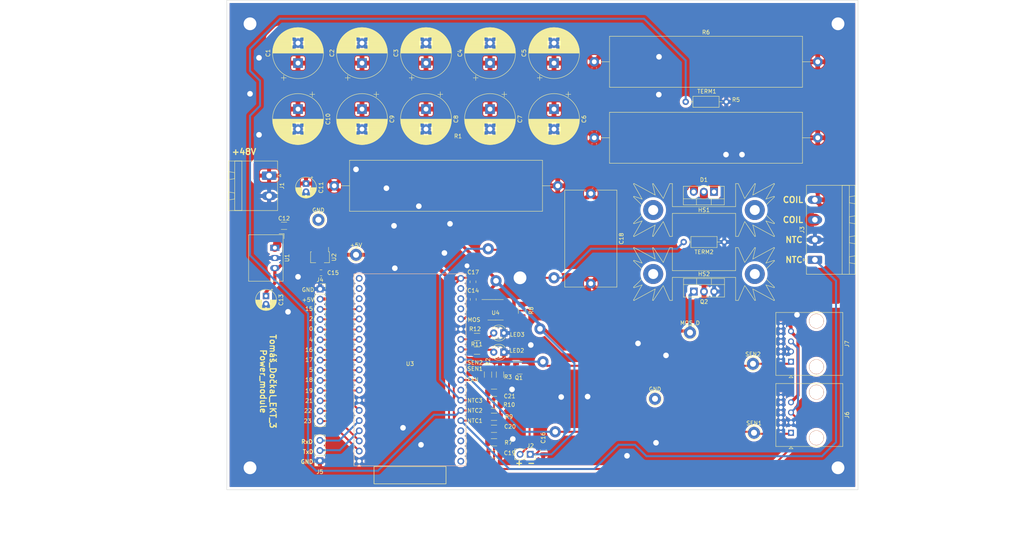
<source format=kicad_pcb>
(kicad_pcb (version 20211014) (generator pcbnew)
  (layers (0 "F.Cu" signal) (31 "B.Cu" signal) (34 "B.Paste" user) (35 "F.Paste" user) (36 "B.SilkS" user "B.Silkscreen") (37 "F.SilkS" user "F.Silkscreen") (38 "B.Mask" user) (39 "F.Mask" user) (44 "Edge.Cuts" user))
  (net 0 "")
  (net 1 "+15V")
  (net 2 "+5V")
  (net 3 "Net-(Q1-Pad1)")
  (net 4 "+48V")
  (net 5 "NTC1_2")
  (net 6 "COIL1")
  (net 7 "COIL2")
  (net 8 "NTC2")
  (net 9 "Net-(Q2-Pad1)")
  (net 10 "NTC3")
  (net 11 "NTC1")
  (net 14 "MOS")
  (net 15 "FAN-")
  (net 16 "FAN_PWM")
  (net 27 "Net-(J5-Pad3)")
  (net 28 "Net-(J5-Pad2)")
  (net 29 "Sensor_1")
  (net 30 "Sensor_2")
  (net 31 "Net-(C18-Pad1)")
  (net 32 "Net-(J4-Pad3)")
  (net 33 "Net-(J4-Pad4)")
  (net 34 "Net-(J4-Pad5)")
  (net 35 "Net-(J4-Pad6)")
  (net 36 "Net-(J4-Pad7)")
  (net 37 "Net-(J4-Pad8)")
  (net 38 "Net-(J4-Pad9)")
  (net 39 "Net-(J4-Pad10)")
  (net 40 "Net-(J4-Pad11)")
  (net 41 "Net-(J4-Pad12)")
  (net 42 "Net-(J4-Pad13)")
  (net 43 "Net-(J4-Pad14)")
  (net 44 "Net-(R8-Pad1)")
  (net 45 "Net-(LED2-Pad2)")
  (net 46 "Net-(LED3-Pad2)")
  (net 47 "LED_1")
  (net 48 "LED_2")
  (footprint "Resistor_SMD:R_1206_3216Metric_Pad1.30x1.75mm_HandSolder" (layer "F.Cu") (at 89 132.125)
    (fp_text reference "R7")
    (fp_text value "4k7")
  )
  (footprint "Package_SO:SOIC-8_3.9x4.9mm_P1.27mm" (layer "F.Cu") (at 89.4 99)
    (fp_text reference "U4")
    (fp_text value "MCP14A0302-E/SN")
  )
  (footprint "Package_TO_SOT_SMD:SOT-23" (layer "F.Cu") (at 95.45 113.5)
    (fp_text reference "Q1")
    (fp_text value "Q_NMOS_GDS")
  )
  (footprint "Capacitor_SMD:C_1206_3216Metric_Pad1.33x1.80mm_HandSolder" (layer "F.Cu") (at 89 119.7375)
    (fp_text reference "C21")
    (fp_text value "100nF")
  )
  (footprint "Capacitor_THT:CP_Radial_D12.5mm_P5.00mm" (layer "F.Cu") (at 104 37.323959 90)
    (fp_text reference "C5")
    (fp_text value "560uF")
  )
  (footprint "Capacitor_THT:CP_Radial_D12.5mm_P5.00mm" (layer "F.Cu") (at 72 37.323959 90)
    (fp_text reference "C3")
    (fp_text value "560uF")
  )
  (footprint "Resistor_SMD:R_1206_3216Metric_Pad1.30x1.75mm_HandSolder" (layer "F.Cu") (at 96 99.2 90)
    (fp_text reference "R8")
    (fp_text value "10")
  )
  (footprint "Package_TO_SOT_THT:TO-220-3_Vertical" (layer "F.Cu") (at 138.96 94.445)
    (fp_text reference "Q2")
    (fp_text value "IXFP60N25X3")
  )
  (footprint "Package_TO_SOT_THT:TO-220-3_Vertical" (layer "F.Cu") (at 144 69.5 180)
    (fp_text reference "D1")
    (fp_text value "MBR30150CT")
  )
  (footprint "Capacitor_THT:C_Rect_L24.0mm_W12.8mm_P22.50mm_MKT" (layer "F.Cu") (at 113.2 69.95 -90)
    (fp_text reference "C18")
    (fp_text value "2uF")
  )
  (footprint "TestPoint:TestPoint_THTPad_D3.0mm_Drill1.5mm" (layer "F.Cu") (at 153.75 112.5)
    (fp_text reference "SEN2")
    (fp_text value "TestPoint_THTPad_D3.0mm_Drill1.5mm")
  )
  (footprint "Capacitor_THT:CP_Radial_D12.5mm_P5.00mm" (layer "F.Cu") (at 56 37.323959 90)
    (fp_text reference "C2")
    (fp_text value "560uF")
  )
  (footprint "Capacitor_THT:CP_Radial_D12.5mm_P5.00mm" (layer "F.Cu") (at 72 48.823959 -90)
    (fp_text reference "C8")
    (fp_text value "560uF")
  )
  (footprint "Connector_PinSocket_2.54mm:PinSocket_1x02_P2.54mm_Vertical" (layer "F.Cu") (at 98.05 135.125 -90)
    (fp_text reference "J2")
    (fp_text value "FAN")
  )
  (footprint "TestPoint:TestPoint_THTPad_D3.0mm_Drill1.5mm" (layer "F.Cu") (at 45.1 76.5)
    (fp_text reference "GND")
    (fp_text value "TestPoint_THTPad_D3.0mm_Drill1.5mm")
  )
  (footprint "Capacitor_THT:CP_Radial_D12.5mm_P5.00mm" (layer "F.Cu") (at 40 48.823959 -90)
    (fp_text reference "C10")
    (fp_text value "560uF")
  )
  (footprint "Resistor_SMD:R_1206_3216Metric_Pad1.30x1.75mm_HandSolder" (layer "F.Cu") (at 84.75 109.2)
    (fp_text reference "R11")
    (fp_text value "67R")
  )
  (footprint "Package_TO_SOT_SMD:SOT-89-3" (layer "F.Cu") (at 45.5 85.5625 -90)
    (fp_text reference "U2")
    (fp_text value "MC78L05ACHT1G")
  )
  (footprint "Connector_Phoenix_MSTB:PhoenixContact_MSTBA_2,5_4-G_1x04_P5.00mm_Horizontal" (layer "F.Cu") (at 169.2225 86.5 90)
    (fp_text reference "J3")
    (fp_text value "COIL+NTC")
  )
  (footprint "TestPoint:TestPoint_THTPad_D3.0mm_Drill1.5mm" (layer "F.Cu") (at 129.25 121.25)
    (fp_text reference "GND")
    (fp_text value "TestPoint_THTPad_D3.0mm_Drill1.5mm")
  )
  (footprint "Converter_DCDC:Converter_DCDC_RECOM_R-78HB-0.5_THT" (layer "F.Cu") (at 34.2075 83.5025 -90)
    (fp_text reference "U1")
    (fp_text value "AMSRU-7815JZ")
  )
  (footprint "Resistor_THT:R_Axial_DIN0207_L6.3mm_D2.5mm_P10.16mm_Horizontal" (layer "F.Cu") (at 136.92 47)
    (fp_text reference "TERM1")
    (fp_text value "100k")
  )
  (footprint "TestPoint:TestPoint_THTPad_D3.0mm_Drill1.5mm" (layer "F.Cu") (at 138 104.7)
    (fp_text reference "MOS_D")
    (fp_text value "TestPoint_THTPad_D3.0mm_Drill1.5mm")
  )
  (footprint "Capacitor_SMD:C_0805_2012Metric" (layer "F.Cu") (at 83.8 96.4 90)
    (fp_text reference "C14")
    (fp_text value "100nF")
  )
  (footprint "Capacitor_THT:CP_Radial_D12.5mm_P5.00mm" (layer "F.Cu") (at 40 37.323959 90)
    (fp_text reference "C1")
    (fp_text value "560uF")
  )
  (footprint "TestPoint:TestPoint_THTPad_D3.0mm_Drill1.5mm" (layer "F.Cu") (at 54.5 85.25)
    (fp_text reference "+5V")
    (fp_text value "TestPoint_THTPad_D3.0mm_Drill1.5mm")
  )
  (footprint "Resistor_SMD:R_1206_3216Metric_Pad1.30x1.75mm_HandSolder" (layer "F.Cu") (at 87.5 115.2 90)
    (fp_text reference "R2")
    (fp_text value "10")
  )
  (footprint "Resistor_THT:R_Axial_DIN0207_L6.3mm_D2.5mm_P10.16mm_Horizontal" (layer "F.Cu") (at 136.42 82.055)
    (fp_text reference "TERM2")
    (fp_text value "100k")
  )
  (footprint "LED_THT:LED_D3.0mm" (layer "F.Cu") (at 91.475 104.8 180)
    (fp_text reference "LED3")
    (fp_text value "LED")
  )
  (footprint "Capacitor_SMD:C_1206_3216Metric_Pad1.33x1.80mm_HandSolder" (layer "F.Cu") (at 36.5 78)
    (fp_text reference "C12")
    (fp_text value "100nF")
  )
  (footprint "Capacitor_SMD:C_0805_2012Metric" (layer "F.Cu") (at 45.75 89.75 180)
    (fp_text reference "C15")
    (fp_text value "100nF")
  )
  (footprint "Resistor_SMD:R_1206_3216Metric_Pad1.30x1.75mm_HandSolder" (layer "F.Cu") (at 89 122.7375)
    (fp_text reference "R10")
    (fp_text value "4k7")
  )
  (footprint "Capacitor_THT:CP_Radial_D12.5mm_P5.00mm" (layer "F.Cu") (at 88 48.823959 -90)
    (fp_text reference "C7")
    (fp_text value "560uF")
  )
  (footprint "Connector_Phoenix_MSTB:PhoenixContact_MSTBA_2,5_2-G-5,08_1x02_P5.08mm_Horizontal" (layer "F.Cu") (at 32.7775 65.46 -90)
    (fp_text reference "J1")
    (fp_text value "+48V")
  )
  (footprint "Capacitor_SMD:C_1206_3216Metric_Pad1.33x1.80mm_HandSolder" (layer "F.Cu") (at 88.9875 135.125)
    (fp_text reference "C19")
    (fp_text value "100nF")
  )
  (footprint "esp32_Library:ESP32" (layer "F.Cu") (at 68 114 180)
    (fp_text reference "U3")
    (fp_text value "esp32")
  )
  (footprint "Heatsink:Heatsink_Fischer_SK104-STC-STIC_35x13mm_2xDrill2.5mm" (layer "F.Cu") (at 141.5 74.055 180)
    (fp_text reference "HS1")
    (fp_text value "Heatsink_D1")
  )
  (footprint "Resistor_THT:R_Axial_Power_L48.0mm_W12.5mm_P55.88mm" (layer "F.Cu") (at 114.06 37)
    (fp_text reference "R6")
    (fp_text value "10")
  )
  (footprint "Capacitor_THT:CP_Radial_D12.5mm_P5.00mm" (layer "F.Cu") (at 104 48.823959 -90)
    (fp_text reference "C6")
    (fp_text value "560uF")
  )
  (footprint "Connector_RJ:RJ45_OST_PJ012-8P8CX_Vertical" (layer "F.Cu") (at 163.25 111.98 90)
    (fp_text reference "J7")
    (fp_text value "RJ45")
  )
  (footprint "TestPoint:TestPoint_THTPad_D3.0mm_Drill1.5mm" (layer "F.Cu") (at 154 129.75)
    (fp_text reference "SEN1")
    (fp_text value "TestPoint_THTPad_D3.0mm_Drill1.5mm")
  )
  (footprint "Resistor_SMD:R_1206_3216Metric_Pad1.30x1.75mm_HandSolder" (layer "F.Cu") (at 84.75 105.8)
    (fp_text reference "R12")
    (fp_text value "67R")
  )
  (footprint "Capacitor_SMD:C_1206_3216Metric_Pad1.33x1.80mm_HandSolder" (layer "F.Cu") (at 89 128.75)
    (fp_text reference "C20")
    (fp_text value "100nF")
  )
  (footprint "Resistor_THT:R_Axial_Power_L48.0mm_W12.5mm_P55.88mm" (layer "F.Cu") (at 114.06 56)
    (fp_text reference "R5")
    (fp_text value "10")
  )
  (footprint "Capacitor_THT:CP_Radial_D12.5mm_P5.00mm" (layer "F.Cu") (at 56 48.823959 -90)
    (fp_text reference "C9")
    (fp_text value "560uF")
  )
  (footprint "Resistor_THT:R_Axial_Power_L48.0mm_W12.5mm_P55.88mm" (layer "F.Cu") (at 49.06 68)
    (fp_text reference "R1")
    (fp_text value "4R7")
  )
  (footprint "LED_THT:LED_D3.0mm" (layer "F.Cu") (at 91.475 109.6 180)
    (fp_text reference "LED2")
    (fp_text value "LED")
  )
  (footprint "Heatsink:Heatsink_Fischer_SK104-STC-STIC_35x13mm_2xDrill2.5mm" (layer "F.Cu") (at 141.5 90.055 180)
    (fp_text reference "HS2")
    (fp_text value "Heatsink_MOS")
  )
  (footprint "Connector_PinSocket_2.54mm:PinSocket_1x03_P2.54mm_Vertical" (layer "F.Cu") (at 45.475 136.725 180)
    (fp_text reference "J5")
    (fp_text value "UART")
  )
  (footprint "Capacitor_SMD:C_0805_2012Metric" (layer "F.Cu") (at 83.75 92 -90)
    (fp_text reference "C17")
    (fp_text value "100nF")
  )
  (footprint "Connector_RJ:RJ45_OST_PJ012-8P8CX_Vertical" (layer "F.Cu") (at 163.25 129.75 90)
    (fp_text reference "J6")
    (fp_text value "RJ45")
  )
  (footprint "Resistor_SMD:R_1206_3216Metric_Pad1.30x1.75mm_HandSolder" (layer "F.Cu") (at 90.5 115.2 90)
    (fp_text reference "R3")
    (fp_text value "100k")
  )
  (footprint "Capacitor_THT:CP_Radial_D12.5mm_P5.00mm" (layer "F.Cu") (at 88 37.323959 90)
    (fp_text reference "C4")
    (fp_text value "560uF")
  )
  (footprint "Connector_PinSocket_2.54mm:PinSocket_1x14_P2.54mm_Vertical" (layer "F.Cu") (at 45.525 93.8)
    (fp_text reference "J4")
    (fp_text value "Display")
  )
  (footprint "Capacitor_THT:CP_Radial_D5.0mm_P2.00mm" (layer "F.Cu") (at 42 67.444888 -90)
    (fp_text reference "C11")
    (fp_text value "10uF")
  )
  (footprint "Capacitor_SMD:C_0805_2012Metric" (layer "F.Cu") (at 101.3 134.2 -90)
    (fp_text reference "C16")
    (fp_text value "100nF")
  )
  (footprint "Capacitor_THT:CP_Radial_D5.0mm_P2.00mm" (layer "F.Cu") (at 32 95.544888 -90)
    (fp_text reference "C13")
    (fp_text value "10uF")
  )
  (footprint "Resistor_SMD:R_1206_3216Metric_Pad1.30x1.75mm_HandSolder" (layer "F.Cu") (at 89 125.75)
    (fp_text reference "R9")
    (fp_text value "4k7")
  )
  (gr_poly (pts (xy 77 142.5) (xy 59 142.5) (xy 59 138.175) (xy 77 138.175)) (layer "F.SilkS") (width 0.15) (fill none))
  (gr_rect (start 22.2 21.6) (end 180 144) (layer "Edge.Cuts") (width 0.1) (fill none))
  (gr_text "2\n" (at 43.25 101.25) (layer "F.SilkS") (effects (font (size 1 1))))
  (gr_text "SEN1\n" (at 84.25 113.75) (layer "F.SilkS") (effects (font (size 1 1))))
  (gr_text "18" (at 42.75 116.5) (layer "F.SilkS") (effects (font (size 1 1))))
  (gr_text "COIL" (at 163.75 71.5) (layer "F.SilkS") (effects (font (size 1.5 1.5) (thickness 0.3))))
  (gr_text "TxD" (at 42.5 134.5) (layer "F.SilkS") (effects (font (size 1 1) (thickness 0.2))))
  (gr_text "COIL" (at 163.75 76.5) (layer "F.SilkS") (effects (font (size 1.5 1.5) (thickness 0.3))))
  (gr_text "NTC" (at 164 86.5) (layer "F.SilkS") (effects (font (size 1.5 1.5) (thickness 0.3))))
  (gr_text "15" (at 42.75 98.75) (layer "F.SilkS") (effects (font (size 1 1))))
  (gr_text "5" (at 43.25 114) (layer "F.SilkS") (effects (font (size 1 1))))
  (gr_text "22" (at 42.5 124.25) (layer "F.SilkS") (effects (font (size 1 1))))
  (gr_text "RxD" (at 42.25 132) (layer "F.SilkS") (effects (font (size 1 1) (thickness 0.2))))
  (gr_text "+ -" (at 96.8 137.3) (layer "F.SilkS") (effects (font (size 1.5 1.5) (thickness 0.3))))
  (gr_text "NTC2\n\n" (at 84.25 125) (layer "F.SilkS") (effects (font (size 1 1))))
  (gr_text "FAN" (at 83.75 116.5) (layer "F.SilkS") (effects (font (size 1 1))))
  (gr_text "16" (at 42.75 109) (layer "F.SilkS") (effects (font (size 1 1))))
  (gr_text "NTC1\n" (at 84.25 126.75) (layer "F.SilkS") (effects (font (size 1 1))))
  (gr_text "21" (at 42.75 121.75) (layer "F.SilkS") (effects (font (size 1 1))))
  (gr_text "NTC" (at 164 81.5) (layer "F.SilkS") (effects (font (size 1.5 1.5) (thickness 0.3))))
  (gr_text "19" (at 42.75 119.25) (layer "F.SilkS") (effects (font (size 1 1))))
  (gr_text "17" (at 42.75 111.5) (layer "F.SilkS") (effects (font (size 1 1))))
  (gr_text "GND" (at 42.25 137) (layer "F.SilkS") (effects (font (size 1 1) (thickness 0.2))))
  (gr_text "NTC3\n\n" (at 84.25 122.5) (layer "F.SilkS") (effects (font (size 1 1))))
  (gr_text "4" (at 43.25 106.5) (layer "F.SilkS") (effects (font (size 1 1))))
  (gr_text "GND" (at 42.5 94) (layer "F.SilkS") (effects (font (size 1 1))))
  (gr_text "+48V" (at 26.5 59.5) (layer "F.SilkS") (effects (font (size 1.5 1.5) (thickness 0.3))))
  (gr_text "+5V" (at 42.5 96.5) (layer "F.SilkS") (effects (font (size 1 1))))
  (gr_text "MOS" (at 84 101.5) (layer "F.SilkS") (effects (font (size 1 1))))
  (gr_text "0\n" (at 43.25 103.75) (layer "F.SilkS") (effects (font (size 1 1))))
  (gr_text "SEN2\n\n" (at 84.25 113) (layer "F.SilkS") (effects (font (size 1 1))))
  (gr_text "Tomáš_Dočkal_EKT_3\nPower_module" (at 32.5 116.9 270) (layer "F.SilkS") (effects (font (size 1.5 1.5) (thickness 0.3))))
  (gr_text "23\n" (at 42.4 126.8) (layer "F.SilkS") (effects (font (size 1 1))))
  (segment (start 34.2075 88.5825) (end 35.03 88.5825) (width 0.8) (layer "F.Cu") (net 1))
  (segment (start 43.1125 80.5) (end 40 83.6125) (width 0.8) (layer "F.Cu") (net 1))
  (segment (start 83.8 97.35) (end 86.67 97.35) (width 0.8) (layer "F.Cu") (net 1))
  (segment (start 101.5 103.75) (end 106.55 108.8) (width 0.8) (layer "F.Cu") (net 1))
  (segment (start 86.67 97.35) (end 86.925 97.095) (width 0.8) (layer "F.Cu") (net 1))
  (segment (start 89.5 92.5) (end 86.925 95.075) (width 0.8) (layer "F.Cu") (net 1))
  (segment (start 122.1 110.2) (end 127.4 110.2) (width 0.8) (layer "F.Cu") (net 1))
  (segment (start 34.2075 88.5825) (end 34.2075 92.337387) (width 0.8) (layer "F.Cu") (net 1))
  (segment (start 99.425 135.125) (end 101.3 133.25) (width 0.5) (layer "F.Cu") (net 1))
  (segment (start 163.25 104.5) (end 165 106.25) (width 0.8) (layer "F.Cu") (net 1))
  (segment (start 34.2075 92.337387) (end 32 94.544887) (width 0.8) (layer "F.Cu") (net 1))
  (segment (start 106.55 108.8) (end 120.7 108.8) (width 0.8) (layer "F.Cu") (net 1))
  (segment (start 157.5 101.5) (end 161.45066 101.5) (width 0.8) (layer "F.Cu") (net 1))
  (segment (start 86.925 97.095) (end 91.875 97.095) (width 0.8) (layer "F.Cu") (net 1))
  (segment (start 62.3 81.5) (end 61.3 80.5) (width 0.8) (layer "F.Cu") (net 1))
  (segment (start 40 83.6125) (end 43.2 83.6125) (width 0.5) (layer "F.Cu") (net 1))
  (segment (start 133.95 107.75) (end 135.6 109.4) (width 0.8) (layer "F.Cu") (net 1))
  (segment (start 86.925 95.075) (end 86.925 97.095) (width 0.8) (layer "F.Cu") (net 1))
  (segment (start 35.03 88.5825) (end 40 83.6125) (width 0.8) (layer "F.Cu") (net 1))
  (segment (start 32 94.544887) (end 32 95.544888) (width 0.8) (layer "F.Cu") (net 1))
  (segment (start 165 120.38) (end 163.25 122.13) (width 0.8) (layer "F.Cu") (net 1))
  (segment (start 129.85 107.75) (end 133.95 107.75) (width 0.8) (layer "F.Cu") (net 1))
  (segment (start 79.664949 81.5) (end 62.3 81.5) (width 0.8) (layer "F.Cu") (net 1))
  (segment (start 89.5 91.335051) (end 79.664949 81.5) (width 0.8) (layer "F.Cu") (net 1))
  (segment (start 98.05 135.125) (end 99.425 135.125) (width 0.5) (layer "F.Cu") (net 1))
  (segment (start 163.25 104.36) (end 163.25 104.5) (width 0.5) (layer "F.Cu") (net 1))
  (segment (start 135.6 109.4) (end 149.6 109.4) (width 0.8) (layer "F.Cu") (net 1))
  (segment (start 89.5 91.75) (end 89.5 92.5) (width 0.8) (layer "F.Cu") (net 1))
  (segment (start 100.5 103.75) (end 101.5 103.75) (width 0.8) (layer "F.Cu") (net 1))
  (segment (start 161.45066 101.5) (end 163.25 103.29934) (width 0.8) (layer "F.Cu") (net 1))
  (segment (start 61.3 80.5) (end 43.1125 80.5) (width 0.8) (layer "F.Cu") (net 1))
  (segment (start 89.5 91.75) (end 89.5 91.335051) (width 0.5) (layer "F.Cu") (net 1))
  (segment (start 43.2 83.6125) (end 43.5 83.9125) (width 0.5) (layer "F.Cu") (net 1))
  (segment (start 149.6 109.4) (end 157.5 101.5) (width 0.8) (layer "F.Cu") (net 1))
  (segment (start 127.4 110.2) (end 129.85 107.75) (width 0.8) (layer "F.Cu") (net 1))
  (segment (start 163.25 103.29934) (end 163.25 104.36) (width 0.8) (layer "F.Cu") (net 1))
  (segment (start 165 106.25) (end 165 120.38) (width 0.8) (layer "F.Cu") (net 1))
  (segment (start 120.7 108.8) (end 122.1 110.2) (width 0.8) (layer "F.Cu") (net 1))
  (via (at 100.5 103.75) (size 2.8) (drill 1.4) (layers "F.Cu" "B.Cu") (net 1))
  (via (at 89.5 91.75) (size 2.8) (drill 1.4) (layers "F.Cu" "B.Cu") (net 1))
  (segment (start 98.05 135.125) (end 103.375 135.125) (width 0.5) (layer "B.Cu") (net 1))
  (segment (start 100.5 102.75) (end 89.5 91.75) (width 0.8) (layer "B.Cu") (net 1))
  (segment (start 100.5 103.75) (end 100.5 102.75) (width 0.8) (layer "B.Cu") (net 1))
  (segment (start 103.375 135.125) (end 109.1 129.4) (width 0.5) (layer "B.Cu") (net 1))
  (segment (start 109.1 112.35) (end 100.5 103.75) (width 0.5) (layer "B.Cu") (net 1))
  (segment (start 109.1 129.4) (end 109.1 112.35) (width 0.5) (layer "B.Cu") (net 1))
  (segment (start 80.84 91) (end 80.7 91.14) (width 0.5) (layer "F.Cu") (net 2))
  (segment (start 165 126.42) (end 165 131.75) (width 0.5) (layer "F.Cu") (net 2))
  (segment (start 86.4 138.6) (end 89 138.6) (width 0.5) (layer "F.Cu") (net 2))
  (segment (start 83.8 91) (end 80.84 91) (width 0.5) (layer "F.Cu") (net 2))
  (segment (start 48.3375 85.25) (end 71.85 85.25) (width 1) (layer "F.Cu") (net 2))
  (segment (start 77.75 138.125) (end 78.225 138.6) (width 0.5) (layer "F.Cu") (net 2))
  (segment (start 157.95 138.8) (end 89.1 138.8) (width 0.5) (layer "F.Cu") (net 2))
  (segment (start 163.25 124.67) (end 165 126.42) (width 0.5) (layer "F.Cu") (net 2))
  (segment (start 78.225 138.6) (end 86.4 138.6) (width 0.5) (layer "F.Cu") (net 2))
  (segment (start 89.1 138.8) (end 88.9 138.6) (width 0.5) (layer "F.Cu") (net 2))
  (segment (start 48 85.4125) (end 48 89.75) (width 0.8) (layer "F.Cu") (net 2))
  (segment (start 71.85 85.25) (end 77.74 91.14) (width 1) (layer "F.Cu") (net 2))
  (segment (start 89 132.375) (end 89.25 132.125) (width 0.5) (layer "F.Cu") (net 2))
  (segment (start 89.25 132.125) (end 90.55 132.125) (width 0.5) (layer "F.Cu") (net 2))
  (segment (start 46.7 89.75) (end 48 89.75) (width 0.8) (layer "F.Cu") (net 2))
  (segment (start 165 131.75) (end 157.95 138.8) (width 0.5) (layer "F.Cu") (net 2))
  (segment (start 90.55 125.75) (end 89.25 125.75) (width 0.5) (layer "F.Cu") (net 2))
  (segment (start 89 126) (end 89 132.5) (width 0.5) (layer "F.Cu") (net 2))
  (segment (start 48 95.5) (end 47.185 96.315) (width 0.8) (layer "F.Cu") (net 2))
  (segment (start 90.55 122.7375) (end 90.55 125.75) (width 0.5) (layer "F.Cu") (net 2))
  (segment (start 48 89.75) (end 48 95.5) (width 0.8) (layer "F.Cu") (net 2))
  (segment (start 89.25 125.75) (end 89 126) (width 0.5) (layer "F.Cu") (net 2))
  (segment (start 80.7 91.14) (end 77.75 94.09) (width 0.5) (layer "F.Cu") (net 2))
  (segment (start 47 83.9125) (end 48.3375 85.25) (width 1) (layer "F.Cu") (net 2))
  (segment (start 89 138.6) (end 89 132.375) (width 0.5) (layer "F.Cu") (net 2))
  (segment (start 77.74 91.14) (end 80.7 91.14) (width 1) (layer "F.Cu") (net 2))
  (segment (start 77.75 94.09) (end 77.75 138.125) (width 0.5) (layer "F.Cu") (net 2))
  (segment (start 47.185 96.315) (end 45.525 96.315) (width 0.8) (layer "F.Cu") (net 2))
  (segment (start 163.25 106.9) (end 165 108.65) (width 0.5) (layer "B.Cu") (net 2))
  (segment (start 165 108.65) (end 165 122.92) (width 0.5) (layer "B.Cu") (net 2))
  (segment (start 165 122.92) (end 163.25 124.67) (width 0.5) (layer "B.Cu") (net 2))
  (segment (start 89 115.25) (end 91.8125 115.25) (width 0.5) (layer "F.Cu") (net 3))
  (segment (start 91.8125 115.25) (end 94.5125 112.55) (width 0.5) (layer "F.Cu") (net 3))
  (segment (start 87.5 113.75) (end 89 115.25) (width 0.5) (layer "F.Cu") (net 3))
  (segment (start 87.5 113.65) (end 87.5 113.75) (width 0.5) (layer "F.Cu") (net 3))
  (segment (start 41.96 65.46) (end 46.52 65.46) (width 0.5) (layer "F.Cu") (net 4))
  (segment (start 36.5 65.5) (end 36.5 68) (width 0.5) (layer "F.Cu") (net 4))
  (segment (start 36.5 73.9825) (end 34.8 75.6825) (width 2) (layer "F.Cu") (net 4))
  (segment (start 34.8 82.91) (end 34.2075 83.5025) (width 2) (layer "F.Cu") (net 4))
  (segment (start 32.7775 65.46) (end 41.96 65.46) (width 0.5) (layer "F.Cu") (net 4))
  (segment (start 42 65.5) (end 41.96 65.46) (width 0.5) (layer "F.Cu") (net 4))
  (segment (start 46.52 65.46) (end 49.06 68) (width 0.5) (layer "F.Cu") (net 4))
  (segment (start 42 67.444888) (end 42 65.5) (width 0.5) (layer "F.Cu") (net 4))
  (segment (start 34.8 75.6825) (end 34.8 82.91) (width 2) (layer "F.Cu") (net 4))
  (segment (start 36.5 68) (end 36.5 73.9825) (width 2) (layer "F.Cu") (net 4))
  (via (at 54.5 63.9) (size 2.8) (drill 1.4) (layers "F.Cu" "B.Cu") (net 5))
  (via (at 175 138.5) (size 6) (drill 3.2) (layers "F.Cu" "B.Cu") (net 5))
  (via (at 82.25 88) (size 2.4) (drill 1.2) (layers "F.Cu" "B.Cu") (net 5))
  (via (at 112.4 120.7) (size 2.8) (drill 1.4) (layers "F.Cu" "B.Cu") (net 5))
  (via (at 175 27.5) (size 6) (drill 3.2) (layers "F.Cu" "B.Cu") (net 5))
  (via (at 98.2 107.8) (size 2.8) (drill 1.4) (layers "F.Cu" "B.Cu") (net 5))
  (via (at 70.75 132.75) (size 2.8) (drill 1.4) (layers "F.Cu" "B.Cu") (net 5))
  (via (at 129.5 132.25) (size 2.8) (drill 1.4) (layers "F.Cu" "B.Cu") (net 5))
  (via (at 70.2 73.1) (size 2.8) (drill 1.4) (layers "F.Cu" "B.Cu") (net 5))
  (via (at 28 45) (size 2.8) (drill 1.4) (layers "F.Cu" "B.Cu") (net 5))
  (via (at 95.5 91) (size 6) (drill 3.2) (layers "F.Cu" "B.Cu") (net 5))
  (via (at 37.5 99.5) (size 2.8) (drill 1.4) (layers "F.Cu" "B.Cu") (net 5))
  (via (at 30.25 36) (size 2.8) (drill 1.4) (layers "F.Cu" "B.Cu") (net 5))
  (via (at 40 90.75) (size 2.8) (drill 1.4) (layers "F.Cu" "B.Cu") (net 5))
  (via (at 62.1 68.6) (size 2.8) (drill 1.4) (layers "F.Cu" "B.Cu") (net 5))
  (via (at 78 77.5) (size 2.8) (drill 1.4) (layers "F.Cu" "B.Cu") (net 5))
  (via (at 122.25 135.5) (size 2.8) (drill 1.4) (layers "F.Cu" "B.Cu") (net 5))
  (via (at 93.5 118.9) (size 2.8) (drill 1.4) (layers "F.Cu" "B.Cu") (net 5))
  (via (at 130.2 45.2) (size 2.8) (drill 1.4) (layers "F.Cu" "B.Cu") (net 5))
  (via (at 93.7 131.3) (size 2.8) (drill 1.4) (layers "F.Cu" "B.Cu") (net 5))
  (via (at 151 60.2) (size 2.8) (drill 1.4) (layers "F.Cu" "B.Cu") (net 5))
  (via (at 164.75 100.25) (size 2.8) (drill 1.4) (layers "F.Cu" "B.Cu") (net 5))
  (via (at 64 78) (size 2.8) (drill 1.4) (layers "F.Cu" "B.Cu") (net 5))
  (via (at 66.25 128.5) (size 2.8) (drill 1.4) (layers "F.Cu" "B.Cu") (net 5))
  (via (at 76.6 84.8) (size 2.8) (drill 1.4) (layers "F.Cu" "B.Cu") (net 5))
  (via (at 132 110.4) (size 2.8) (drill 1.4) (layers "F.Cu" "B.Cu") (net 5))
  (via (at 30.25 55.25) (size 2.8) (drill 1.4) (layers "F.Cu" "B.Cu") (net 5))
  (via (at 28 27.5) (size 6) (drill 3.2) (layers "F.Cu" "B.Cu") (net 5))
  (via (at 147 60.2) (size 2.8) (drill 1.4) (layers "F.Cu" "B.Cu") (net 5))
  (via (at 28 138.5) (size 6) (drill 3.2) (layers "F.Cu" "B.Cu") (net 5))
  (via (at 64.2 88.6) (size 2.8) (drill 1.4) (layers "F.Cu" "B.Cu") (net 5))
  (via (at 125 107.4) (size 2.8) (drill 1.4) (layers "F.Cu" "B.Cu") (net 5))
  (via (at 130.25 35.75) (size 2.8) (drill 1.4) (layers "F.Cu" "B.Cu") (net 5))
  (via (at 105.8 120.8) (size 2.8) (drill 1.4) (layers "F.Cu" "B.Cu") (net 5))
  (segment (start 165.5 76.5) (end 169.2225 76.5) (width 3) (layer "F.Cu") (net 6))
  (segment (start 104.94 68) (end 104.94 73.94) (width 1) (layer "F.Cu") (net 6))
  (segment (start 149 68) (end 157 68) (width 1) (layer "F.Cu") (net 6))
  (segment (start 138 79) (end 142 75) (width 1) (layer "F.Cu") (net 6))
  (segment (start 157 68) (end 165.5 76.5) (width 1) (layer "F.Cu") (net 6))
  (segment (start 141.46 73.23) (end 140.845 73.845) (width 0.5) (layer "F.Cu") (net 6))
  (segment (start 140.845 73.845) (end 142 75) (width 1) (layer "F.Cu") (net 6))
  (segment (start 141.46 69.5) (end 141.46 73.23) (width 2) (layer "F.Cu") (net 6))
  (segment (start 104.94 73.94) (end 110 79) (width 1) (layer "F.Cu") (net 6))
  (segment (start 142 75) (end 149 68) (width 1) (layer "F.Cu") (net 6))
  (segment (start 110 79) (end 138 79) (width 1) (layer "F.Cu") (net 6))
  (segment (start 169.94 56) (end 169.94 70.7825) (width 1) (layer "F.Cu") (net 7))
  (segment (start 141.5 94.445) (end 141.5 96.04) (width 0.5) (layer "F.Cu") (net 7))
  (segment (start 144.5 98) (end 142 98) (width 1) (layer "F.Cu") (net 7))
  (segment (start 169.94 37) (end 169.94 56) (width 1) (layer "F.Cu") (net 7))
  (segment (start 141.5 97.5) (end 141.5 96.04) (width 1) (layer "F.Cu") (net 7))
  (segment (start 139.29 98.25) (end 115.25 98.25) (width 1) (layer "F.Cu") (net 7))
  (segment (start 142 98) (end 141.5 97.5) (width 1) (layer "F.Cu") (net 7))
  (segment (start 141.5 96.04) (end 139.29 98.25) (width 1) (layer "F.Cu") (net 7))
  (segment (start 165 96) (end 146.5 96) (width 1) (layer "F.Cu") (net 7))
  (segment (start 146.5 96) (end 144.5 98) (width 1) (layer "F.Cu") (net 7))
  (segment (start 112.75 95.75) (end 112.75 93.75) (width 1) (layer "F.Cu") (net 7))
  (segment (start 173 88) (end 165 96) (width 1) (layer "F.Cu") (net 7))
  (segment (start 173 75.2775) (end 173 88) (width 1) (layer "F.Cu") (net 7))
  (segment (start 115.25 98.25) (end 112.75 95.75) (width 1) (layer "F.Cu") (net 7))
  (segment (start 169.2225 71.5) (end 173 75.2775) (width 1) (layer "F.Cu") (net 7))
  (segment (start 169.94 70.7825) (end 169.2225 71.5) (width 1) (layer "F.Cu") (net 7))
  (segment (start 87.45 125.75) (end 87.45 128.7375) (width 0.5) (layer "F.Cu") (net 8))
  (segment (start 87.45 128.7375) (end 87.4375 128.75) (width 0.5) (layer "F.Cu") (net 8))
  (segment (start 84.75 125.75) (end 87.45 125.75) (width 0.5) (layer "F.Cu") (net 8))
  (segment (start 80.7 124.16) (end 83.16 124.16) (width 0.5) (layer "F.Cu") (net 8))
  (segment (start 83.16 124.16) (end 84.75 125.75) (width 0.5) (layer "F.Cu") (net 8))
  (segment (start 136.92 47) (end 136.92 36.67) (width 0.5) (layer "B.Cu") (net 8))
  (segment (start 28 33.75) (end 28 39.25) (width 0.5) (layer "B.Cu") (net 8))
  (segment (start 30.5 41.75) (end 30.5 48) (width 0.5) (layer "B.Cu") (net 8))
  (segment (start 35.5 26.25) (end 28 33.75) (width 0.5) (layer "B.Cu") (net 8))
  (segment (start 126.5 26.25) (end 35.5 26.25) (width 0.5) (layer "B.Cu") (net 8))
  (segment (start 42.5 137.25) (end 44.5 139.25) (width 0.5) (layer "B.Cu") (net 8))
  (segment (start 28 50.5) (end 28 85.4) (width 0.5) (layer "B.Cu") (net 8))
  (segment (start 42.5 99.9) (end 42.5 137.25) (width 0.5) (layer "B.Cu") (net 8))
  (segment (start 30.5 48) (end 28 50.5) (width 0.5) (layer "B.Cu") (net 8))
  (segment (start 28 85.4) (end 42.5 99.9) (width 0.5) (layer "B.Cu") (net 8))
  (segment (start 136.92 36.67) (end 126.5 26.25) (width 0.5) (layer "B.Cu") (net 8))
  (segment (start 79.61 125.25) (end 80.7 124.16) (width 0.5) (layer "B.Cu") (net 8))
  (segment (start 60 139.25) (end 74 125.25) (width 0.5) (layer "B.Cu") (net 8))
  (segment (start 74 125.25) (end 79.61 125.25) (width 0.5) (layer "B.Cu") (net 8))
  (segment (start 28 39.25) (end 30.5 41.75) (width 0.5) (layer "B.Cu") (net 8))
  (segment (start 44.5 139.25) (end 60 139.25) (width 0.5) (layer "B.Cu") (net 8))
  (segment (start 96 97.65) (end 100.65 97.65) (width 0.8) (layer "F.Cu") (net 9))
  (segment (start 137.55 104.3) (end 138 104.75) (width 0.8) (layer "F.Cu") (net 9))
  (segment (start 107.3 104.3) (end 137.55 104.3) (width 0.8) (layer "F.Cu") (net 9))
  (segment (start 100.65 97.65) (end 107.3 104.3) (width 0.8) (layer "F.Cu") (net 9))
  (segment (start 138.96 94.445) (end 138 95.405) (width 0.8) (layer "B.Cu") (net 9))
  (segment (start 138 95.405) (end 138 104.75) (width 0.8) (layer "B.Cu") (net 9))
  (segment (start 87.45 119.75) (end 87.4375 119.7375) (width 0.5) (layer "F.Cu") (net 10))
  (segment (start 87.45 122.7375) (end 87.45 119.75) (width 0.5) (layer "F.Cu") (net 10))
  (segment (start 94.625 84) (end 101.625 91) (width 0.5) (layer "F.Cu") (net 10))
  (segment (start 80.7 121.62) (end 86.3325 121.62) (width 0.5) (layer "F.Cu") (net 10))
  (segment (start 86.3325 121.62) (end 87.45 122.7375) (width 0.5) (layer "F.Cu") (net 10))
  (segment (start 101.625 91) (end 104 91) (width 0.5) (layer "F.Cu") (net 10))
  (segment (start 87.55 83.75) (end 87.8 84) (width 0.5) (layer "F.Cu") (net 10))
  (segment (start 87.8 84) (end 94.625 84) (width 0.5) (layer "F.Cu") (net 10))
  (via (at 87.55 83.75) (size 2.8) (drill 1.4) (layers "F.Cu" "B.Cu") (net 10))
  (via (at 104 91) (size 2.8) (drill 1.4) (layers "F.Cu" "B.Cu") (net 10))
  (segment (start 75.5 116.42) (end 80.7 121.62) (width 0.5) (layer "B.Cu") (net 10))
  (segment (start 82.25 83.75) (end 75.5 90.5) (width 0.5) (layer "B.Cu") (net 10))
  (segment (start 106 91) (end 113.25 83.75) (width 0.5) (layer "B.Cu") (net 10))
  (segment (start 134.725 83.75) (end 136.42 82.055) (width 0.5) (layer "B.Cu") (net 10))
  (segment (start 75.5 90.5) (end 75.5 116.42) (width 0.5) (layer "B.Cu") (net 10))
  (segment (start 87.55 83.75) (end 82.25 83.75) (width 0.5) (layer "B.Cu") (net 10))
  (segment (start 113.25 83.75) (end 134.725 83.75) (width 0.5) (layer "B.Cu") (net 10))
  (segment (start 104 91) (end 106 91) (width 0.5) (layer "B.Cu") (net 10))
  (segment (start 87.4 135.1) (end 87.425 135.125) (width 0.5) (layer "F.Cu") (net 11))
  (segment (start 87.4 132.525) (end 87.4 135.1) (width 0.5) (layer "F.Cu") (net 11))
  (segment (start 82.45 126.7) (end 87.4 131.65) (width 0.5) (layer "F.Cu") (net 11))
  (segment (start 80.7 126.7) (end 82.45 126.7) (width 0.5) (layer "F.Cu") (net 11))
  (segment (start 174.5 132.1) (end 171 135.6) (width 0.5) (layer "B.Cu") (net 11))
  (segment (start 174.5 91.7775) (end 174.5 132.1) (width 0.5) (layer "B.Cu") (net 11))
  (segment (start 169.2225 86.5) (end 174.5 91.7775) (width 0.5) (layer "B.Cu") (net 11))
  (segment (start 92.8 138.8) (end 80.7 126.7) (width 0.5) (layer "B.Cu") (net 11))
  (segment (start 120.125 132.75) (end 114.075 138.8) (width 0.5) (layer "B.Cu") (net 11))
  (segment (start 114.075 138.8) (end 92.8 138.8) (width 0.5) (layer "B.Cu") (net 11))
  (segment (start 124.25 132.75) (end 120.125 132.75) (width 0.5) (layer "B.Cu") (net 11))
  (segment (start 171 135.6) (end 127.1 135.6) (width 0.5) (layer "B.Cu") (net 11))
  (segment (start 127.1 135.6) (end 124.25 132.75) (width 0.5) (layer "B.Cu") (net 11))
  (segment (start 84.2 98.6) (end 81.5 101.3) (width 0.5) (layer "F.Cu") (net 14))
  (segment (start 86.925 98.365) (end 86.69 98.6) (width 0.5) (layer "F.Cu") (net 14))
  (segment (start 81.5 101.3) (end 80.7 101.3) (width 0.5) (layer "F.Cu") (net 14))
  (segment (start 86.69 98.6) (end 84.2 98.6) (width 0.5) (layer "F.Cu") (net 14))
  (segment (start 96.3875 123.14) (end 96.3875 113.5) (width 0.5) (layer "F.Cu") (net 15))
  (segment (start 97.89 124.59) (end 96.4 123.1) (width 0.5) (layer "F.Cu") (net 15))
  (segment (start 95.639949 135.125) (end 97.89 132.874949) (width 0.5) (layer "F.Cu") (net 15))
  (segment (start 97.89 132.874949) (end 97.89 124.59) (width 0.5) (layer "F.Cu") (net 15))
  (segment (start 95.51 135.125) (end 95.639949 135.125) (width 0.5) (layer "F.Cu") (net 15))
  (segment (start 87.29 116.54) (end 87.5 116.75) (width 0.5) (layer "F.Cu") (net 16))
  (segment (start 87.5 116.75) (end 90.5 116.75) (width 0.5) (layer "F.Cu") (net 16))
  (segment (start 80.7 116.54) (end 87.29 116.54) (width 0.5) (layer "F.Cu") (net 16))
  (segment (start 50.3 131.7) (end 55.3 126.7) (width 0.5) (layer "B.Cu") (net 27))
  (segment (start 45.575 131.645) (end 45.63 131.7) (width 0.5) (layer "B.Cu") (net 27))
  (segment (start 45.63 131.7) (end 50.3 131.7) (width 0.5) (layer "B.Cu") (net 27))
  (segment (start 50.44 134.1) (end 55.3 129.24) (width 0.5) (layer "B.Cu") (net 28))
  (segment (start 45.575 134.185) (end 45.66 134.1) (width 0.5) (layer "B.Cu") (net 28))
  (segment (start 45.66 134.1) (end 50.44 134.1) (width 0.5) (layer "B.Cu") (net 28))
  (segment (start 154 130) (end 163 130) (width 0.5) (layer "F.Cu") (net 29))
  (segment (start 163 130) (end 163.25 129.75) (width 0.5) (layer "F.Cu") (net 29))
  (segment (start 153.5 129.5) (end 154 130) (width 0.5) (layer "F.Cu") (net 29))
  (segment (start 104.3 129.5) (end 153.5 129.5) (width 0.5) (layer "F.Cu") (net 29))
  (via (at 104.3 129.5) (size 2.8) (drill 1.4) (layers "F.Cu" "B.Cu") (net 29))
  (segment (start 96.2 129.5) (end 80.7 114) (width 0.5) (layer "B.Cu") (net 29))
  (segment (start 104.3 129.5) (end 96.2 129.5) (width 0.5) (layer "B.Cu") (net 29))
  (segment (start 153.75 112) (end 154.25 112.5) (width 0.5) (layer "F.Cu") (net 30))
  (segment (start 101.23 111.98) (end 102.25 113) (width 0.5) (layer "F.Cu") (net 30))
  (segment (start 152.75 113) (end 153.75 112) (width 0.5) (layer "F.Cu") (net 30))
  (segment (start 154.25 112.5) (end 162.73 112.5) (width 0.5) (layer "F.Cu") (net 30))
  (segment (start 102.25 113) (end 152.75 113) (width 0.5) (layer "F.Cu") (net 30))
  (segment (start 162.73 112.5) (end 163.25 111.98) (width 0.5) (layer "F.Cu") (net 30))
  (via (at 101.23 111.98) (size 2.8) (drill 1.4) (layers "F.Cu" "B.Cu") (net 30))
  (segment (start 101.23 111.98) (end 83.76 111.98) (width 0.5) (layer "B.Cu") (net 30))
  (segment (start 83.24 111.46) (end 80.7 111.46) (width 0.5) (layer "B.Cu") (net 30))
  (segment (start 83.76 111.98) (end 83.24 111.46) (width 0.5) (layer "B.Cu") (net 30))
  (segment (start 139 69.42) (end 138.92 69.5) (width 1) (layer "F.Cu") (net 31))
  (segment (start 112.75 68.75) (end 112.75 69.95) (width 1) (layer "F.Cu") (net 31))
  (segment (start 138 66.5) (end 136.5 68) (width 1) (layer "F.Cu") (net 31))
  (segment (start 139 66.5) (end 138 66.5) (width 1) (layer "F.Cu") (net 31))
  (segment (start 114.5 68) (end 114 67.5) (width 1) (layer "F.Cu") (net 31))
  (segment (start 139 66.5) (end 143.5 66.5) (width 0.5) (layer "F.Cu") (net 31))
  (segment (start 114.06 56) (end 114.06 67.44) (width 1) (layer "F.Cu") (net 31))
  (segment (start 114 67.5) (end 112.75 68.75) (width 1) (layer "F.Cu") (net 31))
  (segment (start 143.5 66.5) (end 144 67) (width 0.5) (layer "F.Cu") (net 31))
  (segment (start 114.06 67.44) (end 114 67.5) (width 1) (layer "F.Cu") (net 31))
  (segment (start 144 69.5) (end 144 67) (width 2) (layer "F.Cu") (net 31))
  (segment (start 136.5 68) (end 114.5 68) (width 1) (layer "F.Cu") (net 31))
  (segment (start 139 66.5) (end 139 69.42) (width 2) (layer "F.Cu") (net 31))
  (segment (start 114.06 56) (end 114.06 37) (width 1) (layer "F.Cu") (net 31))
  (segment (start 45.525 98.855) (end 55.205 98.855) (width 0.5) (layer "F.Cu") (net 32))
  (segment (start 55.205 98.855) (end 55.3 98.76) (width 0.5) (layer "F.Cu") (net 32))
  (segment (start 55.205 101.395) (end 55.3 101.3) (width 0.5) (layer "F.Cu") (net 33))
  (segment (start 45.525 101.395) (end 55.205 101.395) (width 0.5) (layer "F.Cu") (net 33))
  (segment (start 55.205 103.935) (end 55.3 103.84) (width 0.5) (layer "F.Cu") (net 34))
  (segment (start 45.525 103.935) (end 55.205 103.935) (width 0.5) (layer "F.Cu") (net 34))
  (segment (start 55.205 106.475) (end 55.3 106.38) (width 0.5) (layer "F.Cu") (net 35))
  (segment (start 45.525 106.475) (end 55.205 106.475) (width 0.5) (layer "F.Cu") (net 35))
  (segment (start 45.525 109.015) (end 55.205 109.015) (width 0.5) (layer "F.Cu") (net 36))
  (segment (start 55.205 109.015) (end 55.3 108.92) (width 0.5) (layer "F.Cu") (net 36))
  (segment (start 55.205 111.555) (end 55.3 111.46) (width 0.5) (layer "F.Cu") (net 37))
  (segment (start 45.525 111.555) (end 55.205 111.555) (width 0.5) (layer "F.Cu") (net 37))
  (segment (start 45.525 114.095) (end 55.205 114.095) (width 0.5) (layer "F.Cu") (net 38))
  (segment (start 55.205 114.095) (end 55.3 114) (width 0.5) (layer "F.Cu") (net 38))
  (segment (start 55.205 116.635) (end 55.3 116.54) (width 0.5) (layer "F.Cu") (net 39))
  (segment (start 45.525 116.635) (end 55.205 116.635) (width 0.5) (layer "F.Cu") (net 39))
  (segment (start 45.525 119.175) (end 55.205 119.175) (width 0.5) (layer "F.Cu") (net 40))
  (segment (start 55.205 119.175) (end 55.3 119.08) (width 0.5) (layer "F.Cu") (net 40))
  (segment (start 45.525 121.715) (end 52.855 121.715) (width 0.5) (layer "F.Cu") (net 41))
  (segment (start 52.855 121.715) (end 55.3 124.16) (width 0.5) (layer "F.Cu") (net 41))
  (segment (start 45.525 124.255) (end 47.775 124.255) (width 0.5) (layer "F.Cu") (net 42))
  (segment (start 47.775 124.255) (end 55.3 131.78) (width 0.5) (layer "F.Cu") (net 42))
  (segment (start 45.6 126.82) (end 47.8 126.82) (width 0.5) (layer "F.Cu") (net 43))
  (segment (start 47.8 126.82) (end 55.3 134.32) (width 0.5) (layer "F.Cu") (net 43))
  (segment (start 94.55 100.75) (end 96 100.75) (width 0.8) (layer "F.Cu") (net 44))
  (segment (start 91.875 99.635) (end 93.435 99.635) (width 0.8) (layer "F.Cu") (net 44))
  (segment (start 93.435 99.635) (end 94.55 100.75) (width 0.8) (layer "F.Cu") (net 44))
  (segment (start 91.875 98.365) (end 91.875 99.635) (width 0.8) (layer "F.Cu") (net 44))
  (segment (start 88.335 109) (end 88.935 109.6) (width 0.5) (layer "F.Cu") (net 45))
  (segment (start 86.3 109) (end 88.335 109) (width 0.5) (layer "F.Cu") (net 45))
  (segment (start 87.935 105.8) (end 88.935 104.8) (width 0.5) (layer "F.Cu") (net 46))
  (segment (start 86.3 105.8) (end 87.935 105.8) (width 0.5) (layer "F.Cu") (net 46))
  (segment (start 80.7 108.92) (end 83.12 108.92) (width 0.5) (layer "F.Cu") (net 47))
  (segment (start 83.12 108.92) (end 83.2 109) (width 0.3) (layer "F.Cu") (net 47))
  (segment (start 82.62 106.38) (end 83.2 105.8) (width 0.5) (layer "F.Cu") (net 48))
  (segment (start 80.7 106.38) (end 82.62 106.38) (width 0.5) (layer "F.Cu") (net 48))
  (zone (net 31) (net_name "Net-(C18-Pad1)") (layer "F.Cu") (name "C17") (priority 2) (connect_pads (clearance 1)) (min_thickness 0.254) (fill yes (thermal_gap 0.508) (thermal_bridge_width 1.2) (smoothing chamfer) (radius 2))
    (polygon (pts (xy 127 46.5) (xy 146 64) (xy 146 69.5) (xy 115.9 69.5) (xy 115.9 72.5) (xy 110.2 72.5) (xy 110.2 29) (xy 127 29)))
  )
  (zone (net 7) (net_name "COIL2") (layer "F.Cu") (name "COIL2") (priority 1) (connect_pads (clearance 1)) (min_thickness 0.254) (fill yes (thermal_gap 0.508) (thermal_bridge_width 1.2) (smoothing chamfer) (radius 2))
    (polygon (pts (xy 177.2 97.5) (xy 156.75 97.5) (xy 148.25 105) (xy 108 105) (xy 108 90) (xy 131.5 90) (xy 131.5 90.055) (xy 169.2225 90) (xy 169 63) (xy 154.3 63) (xy 154.3 32) (xy 177.2 32)))
  )
  (zone (net 6) (net_name "COIL1") (layer "F.Cu") (name "COIL1") (priority 4) (connect_pads (clearance 1)) (min_thickness 0.254) (fill yes (thermal_gap 0.508) (thermal_bridge_width 1.2) (smoothing chamfer) (radius 2))
    (polygon (pts (xy 110.229598 72.4) (xy 116 72.4) (xy 116 70) (xy 146.5 70) (xy 146.5 64) (xy 169 64) (xy 169 74) (xy 169 89) (xy 101.4 88.8) (xy 94.4 82) (xy 92.8 81.8) (xy 54 60) (xy 33 60) (xy 33 29) (xy 110 29)))
  )
  (zone (net 5) (net_name "NTC1_2") (layers F&B.Cu) (name "GND") (connect_pads (clearance 0.7)) (min_thickness 0.254) (fill yes (thermal_gap 0.508) (thermal_bridge_width 1))
    (polygon (pts (xy 179.84 143.86) (xy 22.28 143.86) (xy 22.28 21.74) (xy 179.84 21.74)))
  )
  (zone (net 4) (net_name "+48V") (layer "F.Cu") (name "GND") (priority 1) (connect_pads (clearance 0.508)) (min_thickness 0.254) (fill yes (thermal_gap 0.508) (thermal_bridge_width 1) (smoothing chamfer) (radius 2))
    (polygon (pts (xy 51.6 72.5) (xy 38.3 72.5) (xy 34.4 68.4) (xy 28.9 68.4) (xy 28.9 60.4) (xy 51.6 60.5)))
  )
)
</source>
